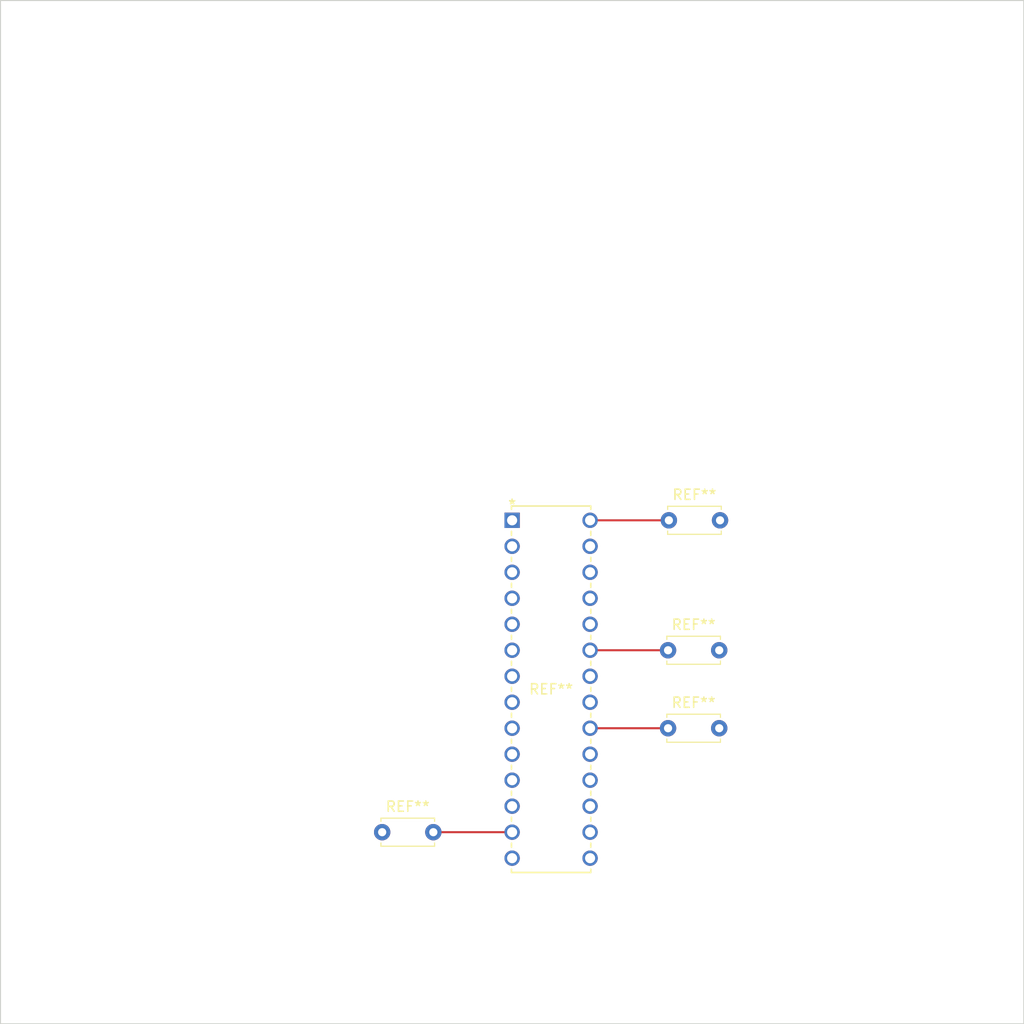
<source format=kicad_pcb>
(kicad_pcb (version 20221018) (generator pcbnew)
  (layers (0 "F.Cu" signal) (31 "B.Cu" signal) (34 "B.Paste" user) (35 "F.Paste" user) (36 "B.SilkS" user "B.Silkscreen") (37 "F.SilkS" user "F.Silkscreen") (38 "B.Mask" user) (39 "F.Mask" user) (44 "Edge.Cuts" user))
  (net 0 "")
  (footprint "Capacitor_THT:C_Disc_D5.0mm_W2.5mm_P5.00mm" (layer "F.Cu") (at 134.62 129.54)
    (fp_text reference "REF**" (at 2.5 -2.5) (layer "F.SilkS"))
    (fp_text value "C_Disc_D5.0mm_W2.5mm_P5.00mm")
    (fp_line (start -0.12 -1.37) (end -0.12 -1.055) (stroke (width 0.12)) (layer "F.SilkS"))
    (fp_line (start -0.12 -1.37) (end 5.12 -1.37) (stroke (width 0.12)) (layer "F.SilkS"))
    (fp_line (start -0.12 1.055) (end -0.12 1.37) (stroke (width 0.12)) (layer "F.SilkS"))
    (fp_line (start -0.12 1.37) (end 5.12 1.37) (stroke (width 0.12)) (layer "F.SilkS"))
    (fp_line (start 5.12 -1.37) (end 5.12 -1.055) (stroke (width 0.12)) (layer "F.SilkS"))
    (fp_line (start 5.12 1.055) (end 5.12 1.37) (stroke (width 0.12)) (layer "F.SilkS"))
    (pad "1" thru_hole circle (at 0 0) (size 1.6 1.6) (drill 0.8) (layers "*.Cu" "*.Mask"))
    (pad "2" thru_hole circle (at 5 0) (size 1.6 1.6) (drill 0.8) (layers "*.Cu" "*.Mask"))
  )
  (footprint "Capacitor_THT:C_Disc_D5.0mm_W2.5mm_P5.00mm" (layer "F.Cu") (at 162.64 99.06)
    (fp_text reference "REF**" (at 2.5 -2.5) (layer "F.SilkS"))
    (fp_text value "C_Disc_D5.0mm_W2.5mm_P5.00mm")
    (fp_line (start -0.12 -1.37) (end -0.12 -1.055) (stroke (width 0.12)) (layer "F.SilkS"))
    (fp_line (start -0.12 -1.37) (end 5.12 -1.37) (stroke (width 0.12)) (layer "F.SilkS"))
    (fp_line (start -0.12 1.055) (end -0.12 1.37) (stroke (width 0.12)) (layer "F.SilkS"))
    (fp_line (start -0.12 1.37) (end 5.12 1.37) (stroke (width 0.12)) (layer "F.SilkS"))
    (fp_line (start 5.12 -1.37) (end 5.12 -1.055) (stroke (width 0.12)) (layer "F.SilkS"))
    (fp_line (start 5.12 1.055) (end 5.12 1.37) (stroke (width 0.12)) (layer "F.SilkS"))
    (pad "1" thru_hole circle (at 0 0) (size 1.6 1.6) (drill 0.8) (layers "*.Cu" "*.Mask"))
    (pad "2" thru_hole circle (at 5 0) (size 1.6 1.6) (drill 0.8) (layers "*.Cu" "*.Mask"))
  )
  (footprint "Capacitor_THT:C_Disc_D5.0mm_W2.5mm_P5.00mm" (layer "F.Cu") (at 162.56 119.38)
    (fp_text reference "REF**" (at 2.5 -2.5) (layer "F.SilkS"))
    (fp_text value "C_Disc_D5.0mm_W2.5mm_P5.00mm")
    (fp_line (start -0.12 -1.37) (end -0.12 -1.055) (stroke (width 0.12)) (layer "F.SilkS"))
    (fp_line (start -0.12 -1.37) (end 5.12 -1.37) (stroke (width 0.12)) (layer "F.SilkS"))
    (fp_line (start -0.12 1.055) (end -0.12 1.37) (stroke (width 0.12)) (layer "F.SilkS"))
    (fp_line (start -0.12 1.37) (end 5.12 1.37) (stroke (width 0.12)) (layer "F.SilkS"))
    (fp_line (start 5.12 -1.37) (end 5.12 -1.055) (stroke (width 0.12)) (layer "F.SilkS"))
    (fp_line (start 5.12 1.055) (end 5.12 1.37) (stroke (width 0.12)) (layer "F.SilkS"))
    (pad "1" thru_hole circle (at 0 0) (size 1.6 1.6) (drill 0.8) (layers "*.Cu" "*.Mask"))
    (pad "2" thru_hole circle (at 5 0) (size 1.6 1.6) (drill 0.8) (layers "*.Cu" "*.Mask"))
  )
  (footprint "footprints:SPDIP28_300MC_MCH" (layer "F.Cu") (at 147.32 99.06)
    (fp_text reference "REF**" (at 3.81 16.51 unlocked) (layer "F.SilkS"))
    (fp_text value "SPDIP28_300MC_MCH")
    (fp_text user "*" (at 0 -1.5113 unlocked) (layer "F.SilkS"))
    (fp_text user "*" (at 0 -1.5113) (layer "F.SilkS"))
    (fp_line (start -0.0635 -1.397) (end -0.0635 -1.08204) (stroke (width 0.1524)) (layer "F.SilkS"))
    (fp_line (start -0.0635 1.08204) (end -0.0635 1.459825) (stroke (width 0.1524)) (layer "F.SilkS"))
    (fp_line (start -0.0635 3.620175) (end -0.0635 3.999825) (stroke (width 0.1524)) (layer "F.SilkS"))
    (fp_line (start -0.0635 6.160175) (end -0.0635 6.539825) (stroke (width 0.1524)) (layer "F.SilkS"))
    (fp_line (start -0.0635 8.700175) (end -0.0635 9.079825) (stroke (width 0.1524)) (layer "F.SilkS"))
    (fp_line (start -0.0635 11.240175) (end -0.0635 11.619825) (stroke (width 0.1524)) (layer "F.SilkS"))
    (fp_line (start -0.0635 13.780175) (end -0.0635 14.159825) (stroke (width 0.1524)) (layer "F.SilkS"))
    (fp_line (start -0.0635 16.320175) (end -0.0635 16.699825) (stroke (width 0.1524)) (layer "F.SilkS"))
    (fp_line (start -0.0635 18.860175) (end -0.0635 19.239825) (stroke (width 0.1524)) (layer "F.SilkS"))
    (fp_line (start -0.0635 21.400175) (end -0.0635 21.779825) (stroke (width 0.1524)) (layer "F.SilkS"))
    (fp_line (start -0.0635 23.940175) (end -0.0635 24.319825) (stroke (width 0.1524)) (layer "F.SilkS"))
    (fp_line (start -0.0635 26.480175) (end -0.0635 26.859825) (stroke (width 0.1524)) (layer "F.SilkS"))
    (fp_line (start -0.0635 29.020175) (end -0.0635 29.399825) (stroke (width 0.1524)) (layer "F.SilkS"))
    (fp_line (start -0.0635 31.560175) (end -0.0635 31.939825) (stroke (width 0.1524)) (layer "F.SilkS"))
    (fp_line (start -0.0635 34.100175) (end -0.0635 34.417) (stroke (width 0.1524)) (layer "F.SilkS"))
    (fp_line (start -0.0635 34.417) (end 7.6835 34.417) (stroke (width 0.1524)) (layer "F.SilkS"))
    (fp_line (start 7.6835 -1.397) (end -0.0635 -1.397) (stroke (width 0.1524)) (layer "F.SilkS"))
    (fp_line (start 7.6835 -1.080175) (end 7.6835 -1.397) (stroke (width 0.1524)) (layer "F.SilkS"))
    (fp_line (start 7.6835 1.459825) (end 7.6835 1.080175) (stroke (width 0.1524)) (layer "F.SilkS"))
    (fp_line (start 7.6835 3.999825) (end 7.6835 3.620175) (stroke (width 0.1524)) (layer "F.SilkS"))
    (fp_line (start 7.6835 6.539825) (end 7.6835 6.160175) (stroke (width 0.1524)) (layer "F.SilkS"))
    (fp_line (start 7.6835 9.079825) (end 7.6835 8.700175) (stroke (width 0.1524)) (layer "F.SilkS"))
    (fp_line (start 7.6835 11.619825) (end 7.6835 11.240175) (stroke (width 0.1524)) (layer "F.SilkS"))
    (fp_line (start 7.6835 14.159825) (end 7.6835 13.780175) (stroke (width 0.1524)) (layer "F.SilkS"))
    (fp_line (start 7.6835 16.699825) (end 7.6835 16.320175) (stroke (width 0.1524)) (layer "F.SilkS"))
    (fp_line (start 7.6835 19.239825) (end 7.6835 18.860175) (stroke (width 0.1524)) (layer "F.SilkS"))
    (fp_line (start 7.6835 21.779825) (end 7.6835 21.400175) (stroke (width 0.1524)) (layer "F.SilkS"))
    (fp_line (start 7.6835 24.319825) (end 7.6835 23.940175) (stroke (width 0.1524)) (layer "F.SilkS"))
    (fp_line (start 7.6835 26.859825) (end 7.6835 26.480175) (stroke (width 0.1524)) (layer "F.SilkS"))
    (fp_line (start 7.6835 29.399825) (end 7.6835 29.020175) (stroke (width 0.1524)) (layer "F.SilkS"))
    (fp_line (start 7.6835 31.939825) (end 7.6835 31.560175) (stroke (width 0.1524)) (layer "F.SilkS"))
    (fp_line (start 7.6835 34.417) (end 7.6835 34.100175) (stroke (width 0.1524)) (layer "F.SilkS"))
    (pad "1" thru_hole rect (at 0 0) (size 1.4986 1.4986) (drill 0.9906) (layers "*.Cu" "*.Mask"))
    (pad "2" thru_hole circle (at 0 2.54) (size 1.4986 1.4986) (drill 0.9906) (layers "*.Cu" "*.Mask"))
    (pad "3" thru_hole circle (at 0 5.08) (size 1.4986 1.4986) (drill 0.9906) (layers "*.Cu" "*.Mask"))
    (pad "4" thru_hole circle (at 0 7.62) (size 1.4986 1.4986) (drill 0.9906) (layers "*.Cu" "*.Mask"))
    (pad "5" thru_hole circle (at 0 10.16) (size 1.4986 1.4986) (drill 0.9906) (layers "*.Cu" "*.Mask"))
    (pad "6" thru_hole circle (at 0 12.7) (size 1.4986 1.4986) (drill 0.9906) (layers "*.Cu" "*.Mask"))
    (pad "7" thru_hole circle (at 0 15.24) (size 1.4986 1.4986) (drill 0.9906) (layers "*.Cu" "*.Mask"))
    (pad "8" thru_hole circle (at 0 17.78) (size 1.4986 1.4986) (drill 0.9906) (layers "*.Cu" "*.Mask"))
    (pad "9" thru_hole circle (at 0 20.32) (size 1.4986 1.4986) (drill 0.9906) (layers "*.Cu" "*.Mask"))
    (pad "10" thru_hole circle (at 0 22.86) (size 1.4986 1.4986) (drill 0.9906) (layers "*.Cu" "*.Mask"))
    (pad "11" thru_hole circle (at 0 25.4) (size 1.4986 1.4986) (drill 0.9906) (layers "*.Cu" "*.Mask"))
    (pad "12" thru_hole circle (at 0 27.94) (size 1.4986 1.4986) (drill 0.9906) (layers "*.Cu" "*.Mask"))
    (pad "13" thru_hole circle (at 0 30.48) (size 1.4986 1.4986) (drill 0.9906) (layers "*.Cu" "*.Mask"))
    (pad "14" thru_hole circle (at 0 33.02) (size 1.4986 1.4986) (drill 0.9906) (layers "*.Cu" "*.Mask"))
    (pad "15" thru_hole circle (at 7.62 33.02) (size 1.4986 1.4986) (drill 0.9906) (layers "*.Cu" "*.Mask"))
    (pad "16" thru_hole circle (at 7.62 30.48) (size 1.4986 1.4986) (drill 0.9906) (layers "*.Cu" "*.Mask"))
    (pad "17" thru_hole circle (at 7.62 27.94) (size 1.4986 1.4986) (drill 0.9906) (layers "*.Cu" "*.Mask"))
    (pad "18" thru_hole circle (at 7.62 25.4) (size 1.4986 1.4986) (drill 0.9906) (layers "*.Cu" "*.Mask"))
    (pad "19" thru_hole circle (at 7.62 22.86) (size 1.4986 1.4986) (drill 0.9906) (layers "*.Cu" "*.Mask"))
    (pad "20" thru_hole circle (at 7.62 20.32) (size 1.4986 1.4986) (drill 0.9906) (layers "*.Cu" "*.Mask"))
    (pad "21" thru_hole circle (at 7.62 17.78) (size 1.4986 1.4986) (drill 0.9906) (layers "*.Cu" "*.Mask"))
    (pad "22" thru_hole circle (at 7.62 15.24) (size 1.4986 1.4986) (drill 0.9906) (layers "*.Cu" "*.Mask"))
    (pad "23" thru_hole circle (at 7.62 12.7) (size 1.4986 1.4986) (drill 0.9906) (layers "*.Cu" "*.Mask"))
    (pad "24" thru_hole circle (at 7.62 10.16) (size 1.4986 1.4986) (drill 0.9906) (layers "*.Cu" "*.Mask"))
    (pad "25" thru_hole circle (at 7.62 7.62) (size 1.4986 1.4986) (drill 0.9906) (layers "*.Cu" "*.Mask"))
    (pad "26" thru_hole circle (at 7.62 5.08) (size 1.4986 1.4986) (drill 0.9906) (layers "*.Cu" "*.Mask"))
    (pad "27" thru_hole circle (at 7.62 2.54) (size 1.4986 1.4986) (drill 0.9906) (layers "*.Cu" "*.Mask"))
    (pad "28" thru_hole circle (at 7.62 0) (size 1.4986 1.4986) (drill 0.9906) (layers "*.Cu" "*.Mask"))
  )
  (footprint "Capacitor_THT:C_Disc_D5.0mm_W2.5mm_P5.00mm" (layer "F.Cu") (at 162.56 111.76)
    (fp_text reference "REF**" (at 2.5 -2.5) (layer "F.SilkS"))
    (fp_text value "C_Disc_D5.0mm_W2.5mm_P5.00mm")
    (fp_line (start -0.12 -1.37) (end -0.12 -1.055) (stroke (width 0.12)) (layer "F.SilkS"))
    (fp_line (start -0.12 -1.37) (end 5.12 -1.37) (stroke (width 0.12)) (layer "F.SilkS"))
    (fp_line (start -0.12 1.055) (end -0.12 1.37) (stroke (width 0.12)) (layer "F.SilkS"))
    (fp_line (start -0.12 1.37) (end 5.12 1.37) (stroke (width 0.12)) (layer "F.SilkS"))
    (fp_line (start 5.12 -1.37) (end 5.12 -1.055) (stroke (width 0.12)) (layer "F.SilkS"))
    (fp_line (start 5.12 1.055) (end 5.12 1.37) (stroke (width 0.12)) (layer "F.SilkS"))
    (pad "1" thru_hole circle (at 0 0) (size 1.6 1.6) (drill 0.8) (layers "*.Cu" "*.Mask"))
    (pad "2" thru_hole circle (at 5 0) (size 1.6 1.6) (drill 0.8) (layers "*.Cu" "*.Mask"))
  )
  (gr_line (start 162.56 111.76) (end 154.94 111.76) (stroke (width 0.2)) (layer "F.Cu"))
  (gr_line (start 162.64 99.06) (end 162.56 99.06) (stroke (width 0.2)) (layer "F.Cu"))
  (gr_line (start 139.7 129.54) (end 147.32 129.54) (stroke (width 0.2)) (layer "F.Cu"))
  (gr_line (start 154.94 99.06) (end 162.64 99.06) (stroke (width 0.2)) (layer "F.Cu"))
  (gr_line (start 154.94 119.38) (end 162.56 119.38) (stroke (width 0.2)) (layer "F.Cu"))
  (gr_rect (start 97.32 48.26) (end 197.32 148.26) (stroke (width 0.1)) (fill none) (layer "Edge.Cuts"))
)
</source>
